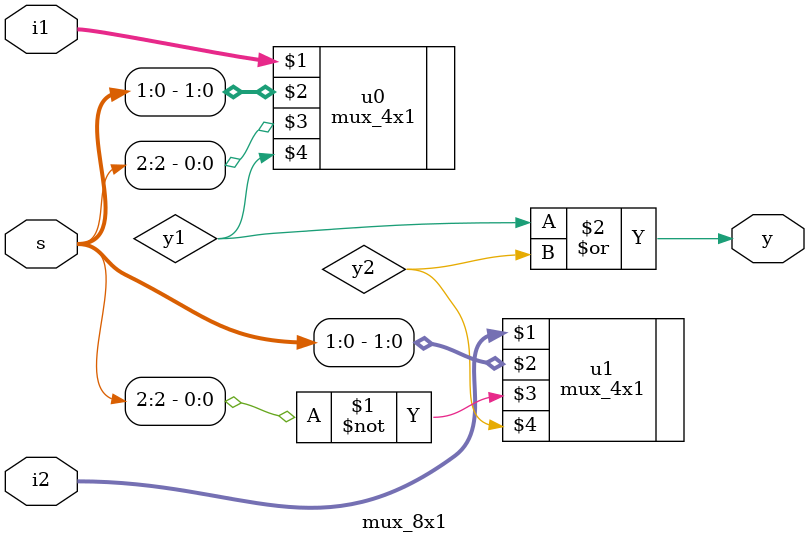
<source format=v>
`include "mux_4x1.v"
module mux_8x1(i1,i2,s,y);
input [3:0] i1,i2;
output y;
wire y1,y2,s21;
input [2:0] s;

//assign s21=~s[2];

//assign y=y1&y2;
//assign s21=0|x;
	
	mux_4x1 u0(i1,s[1:0],s[2],y1);	
	mux_4x1 u1(i2,s[1:0],~s[2],y2);

assign y=y1|y2;

endmodule



</source>
